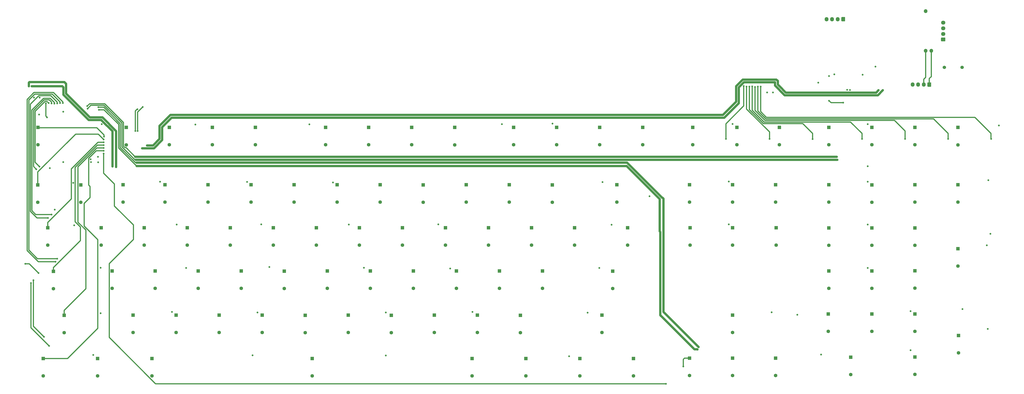
<source format=gbr>
%TF.GenerationSoftware,KiCad,Pcbnew,(5.1.9)-1*%
%TF.CreationDate,2021-03-30T13:42:28+10:00*%
%TF.ProjectId,RedPyKeeb,52656450-794b-4656-9562-2e6b69636164,rev?*%
%TF.SameCoordinates,Original*%
%TF.FileFunction,Copper,L3,Inr*%
%TF.FilePolarity,Positive*%
%FSLAX46Y46*%
G04 Gerber Fmt 4.6, Leading zero omitted, Abs format (unit mm)*
G04 Created by KiCad (PCBNEW (5.1.9)-1) date 2021-03-30 13:42:28*
%MOMM*%
%LPD*%
G01*
G04 APERTURE LIST*
%TA.AperFunction,ComponentPad*%
%ADD10O,1.700000X1.700000*%
%TD*%
%TA.AperFunction,ComponentPad*%
%ADD11C,1.600000*%
%TD*%
%TA.AperFunction,ComponentPad*%
%ADD12R,1.600000X1.600000*%
%TD*%
%TA.AperFunction,ComponentPad*%
%ADD13O,1.950000X1.700000*%
%TD*%
%TA.AperFunction,ComponentPad*%
%ADD14O,1.700000X1.950000*%
%TD*%
%TA.AperFunction,ViaPad*%
%ADD15C,0.800000*%
%TD*%
%TA.AperFunction,ViaPad*%
%ADD16C,1.524000*%
%TD*%
%TA.AperFunction,Conductor*%
%ADD17C,0.508000*%
%TD*%
%TA.AperFunction,Conductor*%
%ADD18C,1.016000*%
%TD*%
G04 APERTURE END LIST*
D10*
%TO.N,PICO_SDA0*%
%TO.C,U0*%
X481557000Y-65509500D03*
%TO.N,PICO_SCL0*%
X479017000Y-65509500D03*
%TO.N,MAIN_VBUS*%
X479018600Y-47729140D03*
%TD*%
D11*
%TO.N,Net-(D0\u002C3-Pad2)*%
%TO.C,D0\u002C3*%
X87833200Y-172225800D03*
D12*
%TO.N,KEY_ROW3*%
X87833200Y-164425800D03*
%TD*%
D11*
%TO.N,Net-(D0\u002C5-Pad2)*%
%TO.C,D0\u002C5*%
X83197700Y-211341800D03*
D12*
%TO.N,KEY_ROW5*%
X83197700Y-203541800D03*
%TD*%
D11*
%TO.N,Net-(D0\u002C4-Pad2)*%
%TO.C,D0\u002C4*%
X92595700Y-191974300D03*
D12*
%TO.N,KEY_ROW4*%
X92595700Y-184174300D03*
%TD*%
D11*
%TO.N,Net-(D0\u002C0-Pad2)*%
%TO.C,D0\u002C0*%
X80848200Y-107646300D03*
D12*
%TO.N,KEY_ROW0*%
X80848200Y-99846300D03*
%TD*%
D11*
%TO.N,Net-(D0\u002C2-Pad2)*%
%TO.C,D0\u002C2*%
X85293200Y-152667800D03*
D12*
%TO.N,KEY_ROW2*%
X85293200Y-144867800D03*
%TD*%
D11*
%TO.N,Net-(D0\u002C1-Pad2)*%
%TO.C,D0\u002C1*%
X80784700Y-133490800D03*
D12*
%TO.N,KEY_ROW1*%
X80784700Y-125690800D03*
%TD*%
D11*
%TO.N,Net-(D1\u002C3-Pad2)*%
%TO.C,D1\u002C3*%
X114122200Y-172098800D03*
D12*
%TO.N,KEY_ROW3*%
X114122200Y-164298800D03*
%TD*%
D11*
%TO.N,Net-(D1\u002C0-Pad2)*%
%TO.C,D1\u002C0*%
X120472200Y-107697100D03*
D12*
%TO.N,KEY_ROW0*%
X120472200Y-99897100D03*
%TD*%
D11*
%TO.N,Net-(D1\u002C4-Pad2)*%
%TO.C,D1\u002C4*%
X123520200Y-191910800D03*
D12*
%TO.N,KEY_ROW4*%
X123520200Y-184110800D03*
%TD*%
D11*
%TO.N,Net-(D1\u002C5-Pad2)*%
%TO.C,D1\u002C5*%
X107581700Y-211341800D03*
D12*
%TO.N,KEY_ROW5*%
X107581700Y-203541800D03*
%TD*%
D11*
%TO.N,Net-(D1\u002C1-Pad2)*%
%TO.C,D1\u002C1*%
X100088700Y-133490800D03*
D12*
%TO.N,KEY_ROW1*%
X100088700Y-125690800D03*
%TD*%
D11*
%TO.N,Net-(D1\u002C2-Pad2)*%
%TO.C,D1\u002C2*%
X109232700Y-152667800D03*
D12*
%TO.N,KEY_ROW2*%
X109232700Y-144867800D03*
%TD*%
D11*
%TO.N,Net-(D2\u002C4-Pad2)*%
%TO.C,D2\u002C4*%
X142824200Y-191910800D03*
D12*
%TO.N,KEY_ROW4*%
X142824200Y-184110800D03*
%TD*%
D11*
%TO.N,Net-(D2\u002C5-Pad2)*%
%TO.C,D2\u002C5*%
X131965700Y-211341800D03*
D12*
%TO.N,KEY_ROW5*%
X131965700Y-203541800D03*
%TD*%
D11*
%TO.N,Net-(D2\u002C0-Pad2)*%
%TO.C,D2\u002C0*%
X139776200Y-107646300D03*
D12*
%TO.N,KEY_ROW0*%
X139776200Y-99846300D03*
%TD*%
D11*
%TO.N,Net-(D2\u002C2-Pad2)*%
%TO.C,D2\u002C2*%
X128536700Y-152667800D03*
D12*
%TO.N,KEY_ROW2*%
X128536700Y-144867800D03*
%TD*%
D11*
%TO.N,Net-(D2\u002C1-Pad2)*%
%TO.C,D2\u002C1*%
X119011700Y-133427300D03*
D12*
%TO.N,KEY_ROW1*%
X119011700Y-125627300D03*
%TD*%
D11*
%TO.N,Net-(D2\u002C3-Pad2)*%
%TO.C,D2\u002C3*%
X133426200Y-172098800D03*
D12*
%TO.N,KEY_ROW3*%
X133426200Y-164298800D03*
%TD*%
D11*
%TO.N,Net-(D3\u002C0-Pad2)*%
%TO.C,D3\u002C0*%
X159080200Y-107646300D03*
D12*
%TO.N,KEY_ROW0*%
X159080200Y-99846300D03*
%TD*%
D11*
%TO.N,Net-(D3\u002C1-Pad2)*%
%TO.C,D3\u002C1*%
X137807700Y-133427300D03*
D12*
%TO.N,KEY_ROW1*%
X137807700Y-125627300D03*
%TD*%
D11*
%TO.N,Net-(D3\u002C4-Pad2)*%
%TO.C,D3\u002C4*%
X162128200Y-191910800D03*
D12*
%TO.N,KEY_ROW4*%
X162128200Y-184110800D03*
%TD*%
D11*
%TO.N,Net-(D3\u002C2-Pad2)*%
%TO.C,D3\u002C2*%
X147840700Y-152667800D03*
D12*
%TO.N,KEY_ROW2*%
X147840700Y-144867800D03*
%TD*%
D11*
%TO.N,Net-(D3\u002C5-Pad2)*%
%TO.C,D3\u002C5*%
X203847700Y-211341800D03*
D12*
%TO.N,KEY_ROW5*%
X203847700Y-203541800D03*
%TD*%
D11*
%TO.N,Net-(D3\u002C3-Pad2)*%
%TO.C,D3\u002C3*%
X152730200Y-172098800D03*
D12*
%TO.N,KEY_ROW3*%
X152730200Y-164298800D03*
%TD*%
D11*
%TO.N,Net-(D4\u002C4-Pad2)*%
%TO.C,D4\u002C4*%
X181432200Y-191910800D03*
D12*
%TO.N,KEY_ROW4*%
X181432200Y-184110800D03*
%TD*%
D11*
%TO.N,Net-(D4\u002C3-Pad2)*%
%TO.C,D4\u002C3*%
X172034200Y-172098800D03*
D12*
%TO.N,KEY_ROW3*%
X172034200Y-164298800D03*
%TD*%
D11*
%TO.N,Net-(D4\u002C1-Pad2)*%
%TO.C,D4\u002C1*%
X157111700Y-133427300D03*
D12*
%TO.N,KEY_ROW1*%
X157111700Y-125627300D03*
%TD*%
D11*
%TO.N,Net-(D4\u002C0-Pad2)*%
%TO.C,D4\u002C0*%
X178384200Y-107646300D03*
D12*
%TO.N,KEY_ROW0*%
X178384200Y-99846300D03*
%TD*%
%TO.N,KEY_ROW2*%
%TO.C,D4\u002C2*%
X167144700Y-144867800D03*
D11*
%TO.N,Net-(D4\u002C2-Pad2)*%
X167144700Y-152667800D03*
%TD*%
%TO.N,Net-(D5\u002C0-Pad2)*%
%TO.C,D5\u002C0*%
X209880200Y-107646300D03*
D12*
%TO.N,KEY_ROW0*%
X209880200Y-99846300D03*
%TD*%
%TO.N,KEY_ROW2*%
%TO.C,D5\u002C2*%
X186448700Y-144867800D03*
D11*
%TO.N,Net-(D5\u002C2-Pad2)*%
X186448700Y-152667800D03*
%TD*%
%TO.N,Net-(D5\u002C1-Pad2)*%
%TO.C,D5\u002C1*%
X176415700Y-133427300D03*
D12*
%TO.N,KEY_ROW1*%
X176415700Y-125627300D03*
%TD*%
D11*
%TO.N,Net-(D5\u002C3-Pad2)*%
%TO.C,D5\u002C3*%
X191338200Y-172149600D03*
D12*
%TO.N,KEY_ROW3*%
X191338200Y-164349600D03*
%TD*%
D11*
%TO.N,Net-(D5\u002C4-Pad2)*%
%TO.C,D5\u002C4*%
X200736200Y-191961600D03*
D12*
%TO.N,KEY_ROW4*%
X200736200Y-184161600D03*
%TD*%
D11*
%TO.N,Net-(D6\u002C0-Pad2)*%
%TO.C,D6\u002C0*%
X229184200Y-107646300D03*
D12*
%TO.N,KEY_ROW0*%
X229184200Y-99846300D03*
%TD*%
D11*
%TO.N,Net-(D6\u002C3-Pad2)*%
%TO.C,D6\u002C3*%
X210642200Y-172098800D03*
D12*
%TO.N,KEY_ROW3*%
X210642200Y-164298800D03*
%TD*%
D11*
%TO.N,Net-(D6\u002C4-Pad2)*%
%TO.C,D6\u002C4*%
X220040200Y-191910800D03*
D12*
%TO.N,KEY_ROW4*%
X220040200Y-184110800D03*
%TD*%
D11*
%TO.N,Net-(D6\u002C1-Pad2)*%
%TO.C,D6\u002C1*%
X195719700Y-133427300D03*
D12*
%TO.N,KEY_ROW1*%
X195719700Y-125627300D03*
%TD*%
%TO.N,KEY_ROW2*%
%TO.C,D6\u002C2*%
X205752700Y-144867800D03*
D11*
%TO.N,Net-(D6\u002C2-Pad2)*%
X205752700Y-152667800D03*
%TD*%
%TO.N,Net-(D7\u002C4-Pad2)*%
%TO.C,D7\u002C4*%
X239344200Y-191961600D03*
D12*
%TO.N,KEY_ROW4*%
X239344200Y-184161600D03*
%TD*%
%TO.N,KEY_ROW2*%
%TO.C,D7\u002C2*%
X225056700Y-144918600D03*
D11*
%TO.N,Net-(D7\u002C2-Pad2)*%
X225056700Y-152718600D03*
%TD*%
%TO.N,Net-(D7\u002C1-Pad2)*%
%TO.C,D7\u002C1*%
X215023700Y-133427300D03*
D12*
%TO.N,KEY_ROW1*%
X215023700Y-125627300D03*
%TD*%
D11*
%TO.N,Net-(D7\u002C0-Pad2)*%
%TO.C,D7\u002C0*%
X248488200Y-107646300D03*
D12*
%TO.N,KEY_ROW0*%
X248488200Y-99846300D03*
%TD*%
D11*
%TO.N,Net-(D7\u002C3-Pad2)*%
%TO.C,D7\u002C3*%
X229946200Y-172098800D03*
D12*
%TO.N,KEY_ROW3*%
X229946200Y-164298800D03*
%TD*%
D11*
%TO.N,Net-(D8\u002C0-Pad2)*%
%TO.C,D8\u002C0*%
X267792200Y-107697100D03*
D12*
%TO.N,KEY_ROW0*%
X267792200Y-99897100D03*
%TD*%
D11*
%TO.N,Net-(D8\u002C3-Pad2)*%
%TO.C,D8\u002C3*%
X249250200Y-172098800D03*
D12*
%TO.N,KEY_ROW3*%
X249250200Y-164298800D03*
%TD*%
D11*
%TO.N,Net-(D8\u002C1-Pad2)*%
%TO.C,D8\u002C1*%
X234327700Y-133427300D03*
D12*
%TO.N,KEY_ROW1*%
X234327700Y-125627300D03*
%TD*%
%TO.N,KEY_ROW2*%
%TO.C,D8\u002C2*%
X244360700Y-144867800D03*
D11*
%TO.N,Net-(D8\u002C2-Pad2)*%
X244360700Y-152667800D03*
%TD*%
%TO.N,Net-(D8\u002C5-Pad2)*%
%TO.C,D8\u002C5*%
X275602700Y-211405300D03*
D12*
%TO.N,KEY_ROW5*%
X275602700Y-203605300D03*
%TD*%
D11*
%TO.N,Net-(D8\u002C4-Pad2)*%
%TO.C,D8\u002C4*%
X258648200Y-191910800D03*
D12*
%TO.N,KEY_ROW4*%
X258648200Y-184110800D03*
%TD*%
%TO.N,KEY_ROW2*%
%TO.C,D9\u002C2*%
X263664700Y-144867800D03*
D11*
%TO.N,Net-(D9\u002C2-Pad2)*%
X263664700Y-152667800D03*
%TD*%
%TO.N,Net-(D9\u002C1-Pad2)*%
%TO.C,D9\u002C1*%
X253631700Y-133478100D03*
D12*
%TO.N,KEY_ROW1*%
X253631700Y-125678100D03*
%TD*%
D11*
%TO.N,Net-(D9\u002C3-Pad2)*%
%TO.C,D9\u002C3*%
X268554200Y-172098800D03*
D12*
%TO.N,KEY_ROW3*%
X268554200Y-164298800D03*
%TD*%
D11*
%TO.N,Net-(D9\u002C4-Pad2)*%
%TO.C,D9\u002C4*%
X277952200Y-191910800D03*
D12*
%TO.N,KEY_ROW4*%
X277952200Y-184110800D03*
%TD*%
D11*
%TO.N,Net-(D9\u002C5-Pad2)*%
%TO.C,D9\u002C5*%
X299732700Y-211341800D03*
D12*
%TO.N,KEY_ROW5*%
X299732700Y-203541800D03*
%TD*%
D11*
%TO.N,Net-(D9\u002C0-Pad2)*%
%TO.C,D9\u002C0*%
X294208200Y-107646300D03*
D12*
%TO.N,KEY_ROW0*%
X294208200Y-99846300D03*
%TD*%
D11*
%TO.N,Net-(D10\u002C4-Pad2)*%
%TO.C,D10\u002C4*%
X297256200Y-191961600D03*
D12*
%TO.N,KEY_ROW4*%
X297256200Y-184161600D03*
%TD*%
D11*
%TO.N,Net-(D10\u002C5-Pad2)*%
%TO.C,D10\u002C5*%
X323926200Y-211341800D03*
D12*
%TO.N,KEY_ROW5*%
X323926200Y-203541800D03*
%TD*%
D11*
%TO.N,Net-(D10\u002C1-Pad2)*%
%TO.C,D10\u002C1*%
X272935700Y-133427300D03*
D12*
%TO.N,KEY_ROW1*%
X272935700Y-125627300D03*
%TD*%
D11*
%TO.N,Net-(D10\u002C0-Pad2)*%
%TO.C,D10\u002C0*%
X313512200Y-107646300D03*
D12*
%TO.N,KEY_ROW0*%
X313512200Y-99846300D03*
%TD*%
%TO.N,KEY_ROW2*%
%TO.C,D10\u002C2*%
X282968700Y-144918600D03*
D11*
%TO.N,Net-(D10\u002C2-Pad2)*%
X282968700Y-152718600D03*
%TD*%
%TO.N,Net-(D10\u002C3-Pad2)*%
%TO.C,D10\u002C3*%
X287858200Y-172098800D03*
D12*
%TO.N,KEY_ROW3*%
X287858200Y-164298800D03*
%TD*%
D11*
%TO.N,Net-(D11\u002C0-Pad2)*%
%TO.C,D11\u002C0*%
X332816200Y-107646300D03*
D12*
%TO.N,KEY_ROW0*%
X332816200Y-99846300D03*
%TD*%
D11*
%TO.N,Net-(D11\u002C1-Pad2)*%
%TO.C,D11\u002C1*%
X292239700Y-133427300D03*
D12*
%TO.N,KEY_ROW1*%
X292239700Y-125627300D03*
%TD*%
D11*
%TO.N,Net-(D11\u002C3-Pad2)*%
%TO.C,D11\u002C3*%
X307162200Y-172098800D03*
D12*
%TO.N,KEY_ROW3*%
X307162200Y-164298800D03*
%TD*%
%TO.N,KEY_ROW2*%
%TO.C,D11\u002C2*%
X302272700Y-144867800D03*
D11*
%TO.N,Net-(D11\u002C2-Pad2)*%
X302272700Y-152667800D03*
%TD*%
%TO.N,Net-(D11\u002C4-Pad2)*%
%TO.C,D11\u002C4*%
X333832200Y-191910800D03*
D12*
%TO.N,KEY_ROW4*%
X333832200Y-184110800D03*
%TD*%
D11*
%TO.N,Net-(D11\u002C5-Pad2)*%
%TO.C,D11\u002C5*%
X347992700Y-211341800D03*
D12*
%TO.N,KEY_ROW5*%
X347992700Y-203541800D03*
%TD*%
D11*
%TO.N,Net-(D12\u002C3-Pad2)*%
%TO.C,D12\u002C3*%
X338658200Y-172162300D03*
D12*
%TO.N,KEY_ROW3*%
X338658200Y-164362300D03*
%TD*%
%TO.N,KEY_ROW2*%
%TO.C,D12\u002C2*%
X321576700Y-144867800D03*
D11*
%TO.N,Net-(D12\u002C2-Pad2)*%
X321576700Y-152667800D03*
%TD*%
%TO.N,Net-(D12\u002C1-Pad2)*%
%TO.C,D12\u002C1*%
X311543700Y-133478100D03*
D12*
%TO.N,KEY_ROW1*%
X311543700Y-125678100D03*
%TD*%
D11*
%TO.N,Net-(D12\u002C0-Pad2)*%
%TO.C,D12\u002C0*%
X352120200Y-107646300D03*
D12*
%TO.N,KEY_ROW0*%
X352120200Y-99846300D03*
%TD*%
D11*
%TO.N,Net-(D13\u002C2-Pad2)*%
%TO.C,D13\u002C2*%
X345389200Y-152731300D03*
D12*
%TO.N,KEY_ROW2*%
X345389200Y-144931300D03*
%TD*%
D11*
%TO.N,Net-(D13\u002C1-Pad2)*%
%TO.C,D13\u002C1*%
X340499700Y-133427300D03*
D12*
%TO.N,KEY_ROW1*%
X340499700Y-125627300D03*
%TD*%
D11*
%TO.N,Net-(D14\u002C1-Pad2)*%
%TO.C,D14\u002C1*%
X373164100Y-133427300D03*
D12*
%TO.N,KEY_ROW1*%
X373164100Y-125627300D03*
%TD*%
D11*
%TO.N,Net-(D14\u002C3-Pad2)*%
%TO.C,D14\u002C3*%
X373418100Y-152667800D03*
D12*
%TO.N,KEY_ROW3*%
X373418100Y-144867800D03*
%TD*%
D11*
%TO.N,Net-(D14\u002C0-Pad2)*%
%TO.C,D14\u002C0*%
X374561100Y-107646300D03*
D12*
%TO.N,KEY_ROW0*%
X374561100Y-99846300D03*
%TD*%
D11*
%TO.N,Net-(D14\u002C6-Pad2)*%
%TO.C,D14\u002C6*%
X373100600Y-211214800D03*
D12*
%TO.N,KEY_ROW6*%
X373100600Y-203414800D03*
%TD*%
D11*
%TO.N,Net-(D15\u002C0-Pad2)*%
%TO.C,D15\u002C0*%
X394373100Y-107646300D03*
D12*
%TO.N,KEY_ROW0*%
X394373100Y-99846300D03*
%TD*%
D11*
%TO.N,Net-(D15\u002C1-Pad2)*%
%TO.C,D15\u002C1*%
X392468100Y-133427300D03*
D12*
%TO.N,KEY_ROW1*%
X392468100Y-125627300D03*
%TD*%
D11*
%TO.N,Net-(D15\u002C3-Pad2)*%
%TO.C,D15\u002C3*%
X392468100Y-152667800D03*
D12*
%TO.N,KEY_ROW3*%
X392468100Y-144867800D03*
%TD*%
D11*
%TO.N,Net-(D15\u002C5-Pad2)*%
%TO.C,D15\u002C5*%
X392404600Y-191910800D03*
D12*
%TO.N,KEY_ROW5*%
X392404600Y-184110800D03*
%TD*%
D11*
%TO.N,Net-(D15\u002C6-Pad2)*%
%TO.C,D15\u002C6*%
X392404600Y-211214800D03*
D12*
%TO.N,KEY_ROW6*%
X392404600Y-203414800D03*
%TD*%
D11*
%TO.N,Net-(D16\u002C6-Pad2)*%
%TO.C,D16\u002C6*%
X411708600Y-211214800D03*
D12*
%TO.N,KEY_ROW6*%
X411708600Y-203414800D03*
%TD*%
D11*
%TO.N,Net-(D16\u002C0-Pad2)*%
%TO.C,D16\u002C0*%
X413423100Y-107646300D03*
D12*
%TO.N,KEY_ROW0*%
X413423100Y-99846300D03*
%TD*%
D11*
%TO.N,Net-(D16\u002C1-Pad2)*%
%TO.C,D16\u002C1*%
X411772100Y-133427300D03*
D12*
%TO.N,KEY_ROW1*%
X411772100Y-125627300D03*
%TD*%
D11*
%TO.N,Net-(D16\u002C5-Pad2)*%
%TO.C,D16\u002C5*%
X435394100Y-191402800D03*
D12*
%TO.N,KEY_ROW5*%
X435394100Y-183602800D03*
%TD*%
D11*
%TO.N,Net-(D16\u002C3-Pad2)*%
%TO.C,D16\u002C3*%
X412026100Y-152667800D03*
D12*
%TO.N,KEY_ROW3*%
X412026100Y-144867800D03*
%TD*%
D11*
%TO.N,Net-(D16\u002C4-Pad2)*%
%TO.C,D16\u002C4*%
X435648100Y-172098800D03*
D12*
%TO.N,KEY_ROW4*%
X435648100Y-164298800D03*
%TD*%
D11*
%TO.N,Net-(D17\u002C3-Pad2)*%
%TO.C,D17\u002C3*%
X435648100Y-152794800D03*
D12*
%TO.N,KEY_ROW3*%
X435648100Y-144994800D03*
%TD*%
D11*
%TO.N,Net-(D17\u002C1-Pad2)*%
%TO.C,D17\u002C1*%
X435648100Y-133427300D03*
D12*
%TO.N,KEY_ROW1*%
X435648100Y-125627300D03*
%TD*%
D11*
%TO.N,Net-(D17\u002C6-Pad2)*%
%TO.C,D17\u002C6*%
X445427100Y-210757600D03*
D12*
%TO.N,KEY_ROW6*%
X445427100Y-202957600D03*
%TD*%
D11*
%TO.N,Net-(D17\u002C4-Pad2)*%
%TO.C,D17\u002C4*%
X454952100Y-172098800D03*
D12*
%TO.N,KEY_ROW4*%
X454952100Y-164298800D03*
%TD*%
D11*
%TO.N,Net-(D17\u002C0-Pad2)*%
%TO.C,D17\u002C0*%
X435584600Y-107646300D03*
D12*
%TO.N,KEY_ROW0*%
X435584600Y-99846300D03*
%TD*%
D11*
%TO.N,Net-(D17\u002C5-Pad2)*%
%TO.C,D17\u002C5*%
X454952100Y-191402800D03*
D12*
%TO.N,KEY_ROW5*%
X454952100Y-183602800D03*
%TD*%
D11*
%TO.N,Net-(D18\u002C1-Pad2)*%
%TO.C,D18\u002C1*%
X454952100Y-133478100D03*
D12*
%TO.N,KEY_ROW1*%
X454952100Y-125678100D03*
%TD*%
D11*
%TO.N,Net-(D18\u002C6-Pad2)*%
%TO.C,D18\u002C6*%
X474256100Y-210706800D03*
D12*
%TO.N,KEY_ROW6*%
X474256100Y-202906800D03*
%TD*%
D11*
%TO.N,Net-(D18\u002C3-Pad2)*%
%TO.C,D18\u002C3*%
X454952100Y-152794800D03*
D12*
%TO.N,KEY_ROW3*%
X454952100Y-144994800D03*
%TD*%
D11*
%TO.N,Net-(D18\u002C0-Pad2)*%
%TO.C,D18\u002C0*%
X454888600Y-107646300D03*
D12*
%TO.N,KEY_ROW0*%
X454888600Y-99846300D03*
%TD*%
D11*
%TO.N,Net-(D18\u002C5-Pad2)*%
%TO.C,D18\u002C5*%
X474256100Y-191402800D03*
D12*
%TO.N,KEY_ROW5*%
X474256100Y-183602800D03*
%TD*%
D11*
%TO.N,Net-(D18\u002C4-Pad2)*%
%TO.C,D18\u002C4*%
X474256100Y-172035300D03*
D12*
%TO.N,KEY_ROW4*%
X474256100Y-164235300D03*
%TD*%
D11*
%TO.N,Net-(D19\u002C4-Pad2)*%
%TO.C,D19\u002C4*%
X493560100Y-162116600D03*
D12*
%TO.N,KEY_ROW4*%
X493560100Y-154316600D03*
%TD*%
D11*
%TO.N,Net-(D19\u002C0-Pad2)*%
%TO.C,D19\u002C0*%
X474192600Y-107646300D03*
D12*
%TO.N,KEY_ROW0*%
X474192600Y-99846300D03*
%TD*%
D11*
%TO.N,Net-(D19\u002C3-Pad2)*%
%TO.C,D19\u002C3*%
X474256100Y-152794800D03*
D12*
%TO.N,KEY_ROW3*%
X474256100Y-144994800D03*
%TD*%
D11*
%TO.N,Net-(D19\u002C1-Pad2)*%
%TO.C,D19\u002C1*%
X474256100Y-133427300D03*
D12*
%TO.N,KEY_ROW1*%
X474256100Y-125627300D03*
%TD*%
D11*
%TO.N,Net-(D19\u002C6-Pad2)*%
%TO.C,D19\u002C6*%
X493814100Y-201054800D03*
D12*
%TO.N,KEY_ROW6*%
X493814100Y-193254800D03*
%TD*%
D11*
%TO.N,Net-(D20\u002C1-Pad2)*%
%TO.C,D20\u002C1*%
X493560100Y-133427300D03*
D12*
%TO.N,KEY_ROW1*%
X493560100Y-125627300D03*
%TD*%
D11*
%TO.N,Net-(D20\u002C0-Pad2)*%
%TO.C,D20\u002C0*%
X493496600Y-107697100D03*
D12*
%TO.N,KEY_ROW0*%
X493496600Y-99897100D03*
%TD*%
D13*
%TO.N,GNDPWR*%
%TO.C,J0*%
X486918000Y-52912000D03*
%TO.N,USB_DN*%
X486918000Y-55412000D03*
%TO.N,USB_DP*%
X486918000Y-57912000D03*
%TO.N,MAIN_VBUS*%
%TA.AperFunction,ComponentPad*%
G36*
G01*
X487643000Y-61262000D02*
X486193000Y-61262000D01*
G75*
G02*
X485943000Y-61012000I0J250000D01*
G01*
X485943000Y-59812000D01*
G75*
G02*
X486193000Y-59562000I250000J0D01*
G01*
X487643000Y-59562000D01*
G75*
G02*
X487893000Y-59812000I0J-250000D01*
G01*
X487893000Y-61012000D01*
G75*
G02*
X487643000Y-61262000I-250000J0D01*
G01*
G37*
%TD.AperFunction*%
%TD*%
D14*
%TO.N,Net-(J1-Pad4)*%
%TO.C,J1*%
X473195000Y-80645000D03*
%TO.N,Net-(J1-Pad3)*%
X475695000Y-80645000D03*
%TO.N,PICO_SCL0*%
X478195000Y-80645000D03*
%TO.N,PICO_SDA0*%
%TA.AperFunction,ComponentPad*%
G36*
G01*
X481545000Y-79920000D02*
X481545000Y-81370000D01*
G75*
G02*
X481295000Y-81620000I-250000J0D01*
G01*
X480095000Y-81620000D01*
G75*
G02*
X479845000Y-81370000I0J250000D01*
G01*
X479845000Y-79920000D01*
G75*
G02*
X480095000Y-79670000I250000J0D01*
G01*
X481295000Y-79670000D01*
G75*
G02*
X481545000Y-79920000I0J-250000D01*
G01*
G37*
%TD.AperFunction*%
%TD*%
%TO.N,Net-(J2-Pad1)*%
%TO.C,J2*%
%TA.AperFunction,ComponentPad*%
G36*
G01*
X442937000Y-50583000D02*
X442937000Y-52033000D01*
G75*
G02*
X442687000Y-52283000I-250000J0D01*
G01*
X441487000Y-52283000D01*
G75*
G02*
X441237000Y-52033000I0J250000D01*
G01*
X441237000Y-50583000D01*
G75*
G02*
X441487000Y-50333000I250000J0D01*
G01*
X442687000Y-50333000D01*
G75*
G02*
X442937000Y-50583000I0J-250000D01*
G01*
G37*
%TD.AperFunction*%
%TO.N,Net-(J2-Pad2)*%
X439587000Y-51308000D03*
%TO.N,Net-(J2-Pad3)*%
X437087000Y-51308000D03*
%TO.N,Net-(J2-Pad4)*%
X434587000Y-51308000D03*
%TD*%
D15*
%TO.N,GNDPWR*%
X79121000Y-86487000D03*
%TO.N,MAIN_VBUS*%
X81661000Y-86487000D03*
%TO.N,I2C_SCL0*%
X78105000Y-81407000D03*
%TO.N,GNDPWR*%
X410591000Y-84201000D03*
%TO.N,MAIN_VBUS*%
X407924000Y-84201000D03*
%TO.N,KEY_ROW6*%
X110363000Y-111633000D03*
X370332000Y-207137000D03*
X362585000Y-214884000D03*
%TO.N,I2C_SDA0*%
X457898500Y-83201500D03*
X412750000Y-79629000D03*
X76835000Y-81407000D03*
X129794000Y-107950000D03*
X115951000Y-117602000D03*
%TO.N,I2C_SCL0*%
X114300000Y-117348000D03*
X411480000Y-79629000D03*
X127635000Y-109220000D03*
X459867000Y-83201500D03*
%TO.N,GNDPWR*%
X435737000Y-76835000D03*
X450785000Y-76265000D03*
D16*
X495426500Y-72961500D03*
D15*
X107886500Y-115506500D03*
X92215201Y-92823799D03*
X86233000Y-118110000D03*
X88392000Y-136779000D03*
%TO.N,KEY_COL13*%
X355204700Y-130797300D03*
%TO.N,KEY_COL19*%
X489088100Y-105067100D03*
X403796500Y-81597500D03*
%TO.N,KEY_COL18*%
X469784100Y-105067100D03*
X402526500Y-81724500D03*
%TO.N,KEY_COL17*%
X450480100Y-105067100D03*
X401256500Y-81470500D03*
%TO.N,KEY_COL16*%
X428318600Y-105081400D03*
X399986500Y-81597500D03*
%TO.N,KEY_COL15*%
X409014600Y-105067100D03*
X398716500Y-81597500D03*
%TO.N,KEY_COL14*%
X389456600Y-105067100D03*
X397446500Y-81343500D03*
%TO.N,LED_SCL_ROW1*%
X86931500Y-89090500D03*
X80137000Y-118618000D03*
%TO.N,LED_SDA_ROW1*%
X85661500Y-88963500D03*
X81534000Y-117475000D03*
%TO.N,LED_SDA_ROW5*%
X77724000Y-169672000D03*
X85852000Y-197866000D03*
%TO.N,LED_SCL_ROW5*%
X78867000Y-168402000D03*
X83566000Y-193802000D03*
%TO.N,LED_SCL_ROW3*%
X92011500Y-88963500D03*
X88773000Y-160147000D03*
%TO.N,LED_SDA_ROW3*%
X90741500Y-88963500D03*
X89535000Y-158750000D03*
%TO.N,LED_SDA_ROW4*%
X81153000Y-165227000D03*
X75184000Y-161036000D03*
%TO.N,LED_SCL_ROW2*%
X89471500Y-89090500D03*
X85344000Y-140462000D03*
%TO.N,LED_SDA_ROW2*%
X88201500Y-89217500D03*
X86995000Y-138938000D03*
%TO.N,LED_SCL_ROW0*%
X84391500Y-89090500D03*
X84963000Y-95377000D03*
%TO.N,LED_SDA_ROW6*%
X377190000Y-198374000D03*
X107950000Y-90805000D03*
%TO.N,LED_SCL_ROW6*%
X376682000Y-199517000D03*
X108204000Y-91948000D03*
%TO.N,MAIN_VBUS*%
X109461300Y-98386900D03*
X151460681Y-98602319D03*
X202603100Y-98513900D03*
X288975800Y-98399600D03*
X96723200Y-124714000D03*
X174653699Y-124304301D03*
X213207600Y-124561600D03*
X334137000Y-124434600D03*
X507136400Y-123596400D03*
X506476000Y-152806400D03*
X506882400Y-190246000D03*
X97161831Y-143782569D03*
X181051200Y-143357600D03*
X220292649Y-143486151D03*
X338150200Y-143535400D03*
X508101600Y-147574000D03*
X108966000Y-162814000D03*
X184686699Y-162531301D03*
X227076000Y-162814000D03*
X332638400Y-162915600D03*
X108966000Y-183235600D03*
X179327699Y-182883699D03*
X236931200Y-182880000D03*
X327406000Y-182981600D03*
X319074800Y-202590400D03*
X236931200Y-202234800D03*
X177088800Y-202133200D03*
X105638600Y-201955400D03*
X495554000Y-181356000D03*
X265734800Y-163220400D03*
X275742400Y-182626000D03*
X260400800Y-143408400D03*
X140970000Y-182633398D03*
X147351750Y-162972750D03*
X143108399Y-143467101D03*
X135636000Y-124206000D03*
X311658000Y-98171000D03*
X392442700Y-98348800D03*
X390706099Y-124151901D03*
X390706099Y-143392401D03*
X409924250Y-182848250D03*
X432149250Y-201834750D03*
X472249500Y-199834500D03*
X472249500Y-182308500D03*
X453072500Y-162941000D03*
X453072500Y-143446500D03*
X453072500Y-124206000D03*
X453072500Y-117284500D03*
X453072500Y-98425000D03*
X511873500Y-98996500D03*
X421462700Y-183959500D03*
D16*
X487426500Y-72961500D03*
D15*
X430911000Y-79756000D03*
X107823000Y-113030000D03*
X92202000Y-115443000D03*
%TO.N,IO_INT0*%
X445084200Y-83134200D03*
X104648000Y-115443000D03*
X124587000Y-101473000D03*
X125476000Y-91694000D03*
%TO.N,IO_INT1*%
X104521000Y-114173000D03*
X443814200Y-83007200D03*
X125603000Y-101473000D03*
X127889000Y-90678000D03*
%TO.N,IO_INT3*%
X442087000Y-88773000D03*
X435737000Y-87884000D03*
%TO.N,KEY_ROW5*%
X110363000Y-110363000D03*
%TO.N,KEY_ROW4*%
X110363000Y-109093000D03*
%TO.N,KEY_ROW3*%
X110363000Y-107823000D03*
%TO.N,KEY_ROW2*%
X110363000Y-106553000D03*
%TO.N,KEY_ROW1*%
X110363000Y-105283000D03*
%TO.N,KEY_ROW0*%
X110490000Y-104013000D03*
%TO.N,LED_SCL_ROW7*%
X439420000Y-114427000D03*
X103124000Y-91440000D03*
%TO.N,LED_SDA_ROW7*%
X439166000Y-113030000D03*
X102997000Y-90297000D03*
%TO.N,PICO_33_REF*%
X456565000Y-72627500D03*
X438086500Y-76031000D03*
X81407000Y-94107000D03*
%TO.N,KEY_COL20*%
X508392100Y-105067100D03*
X405066500Y-81597500D03*
%TD*%
D17*
%TO.N,KEY_ROW6*%
X110363000Y-120396000D02*
X110363000Y-111633000D01*
X123698000Y-143637000D02*
X115189000Y-135128000D01*
X123698000Y-150135722D02*
X123698000Y-143637000D01*
X112868199Y-194100221D02*
X112868199Y-160965523D01*
X112868199Y-160965523D02*
X123698000Y-150135722D01*
X133651978Y-214884000D02*
X112868199Y-194100221D01*
X115189000Y-125222000D02*
X110363000Y-120396000D01*
X370332000Y-203962000D02*
X370332000Y-207137000D01*
X370879200Y-203414800D02*
X370332000Y-203962000D01*
X115189000Y-135128000D02*
X115189000Y-125222000D01*
X373100600Y-203414800D02*
X370879200Y-203414800D01*
X362585000Y-214884000D02*
X133651978Y-214884000D01*
D18*
%TO.N,I2C_SDA0*%
X456857799Y-84242201D02*
X416347201Y-84242201D01*
X457898500Y-83201500D02*
X456857799Y-84242201D01*
X416347201Y-84242201D02*
X413512000Y-81407000D01*
X413512000Y-81407000D02*
X412940499Y-80835500D01*
X412940499Y-80835500D02*
X412750000Y-80645001D01*
X412750000Y-80645001D02*
X412750000Y-79629000D01*
X394007992Y-81422469D02*
X394007992Y-85798008D01*
X412099675Y-78412990D02*
X397017471Y-78412990D01*
X412750000Y-79063315D02*
X412099675Y-78412990D01*
X397017471Y-78412990D02*
X394007992Y-81422469D01*
X412750000Y-79629000D02*
X412750000Y-79063315D01*
X394007992Y-85798008D02*
X394007992Y-88338008D01*
X394007992Y-88338008D02*
X388112000Y-94234000D01*
X388112000Y-94234000D02*
X140335000Y-94234000D01*
X140335000Y-94234000D02*
X135382000Y-99187000D01*
X135382000Y-105045642D02*
X132477642Y-107950000D01*
X135382000Y-99187000D02*
X135382000Y-105045642D01*
X132477642Y-107950000D02*
X129794000Y-107950000D01*
X76835000Y-79756000D02*
X76835000Y-81407000D01*
X77089000Y-79502000D02*
X76835000Y-79756000D01*
X93472000Y-80264000D02*
X92710000Y-79502000D01*
X92710000Y-79502000D02*
X77089000Y-79502000D01*
X104140000Y-95377000D02*
X93472000Y-84709000D01*
X109810938Y-95377000D02*
X104140000Y-95377000D01*
X115951000Y-101517062D02*
X109810938Y-95377000D01*
X93472000Y-84709000D02*
X93472000Y-80264000D01*
X115951000Y-117602000D02*
X115951000Y-101517062D01*
%TO.N,I2C_SCL0*%
X415843514Y-85458211D02*
X411480000Y-81094697D01*
X457610289Y-85458211D02*
X415843514Y-85458211D01*
X411480000Y-81094697D02*
X411480000Y-79629000D01*
X395224000Y-81926158D02*
X395224000Y-86741000D01*
X397521158Y-79629000D02*
X395224000Y-81926158D01*
X411480000Y-79629000D02*
X397521158Y-79629000D01*
X395224000Y-86741000D02*
X395224000Y-89027000D01*
X395224000Y-89027000D02*
X388747000Y-95504000D01*
X388747000Y-95504000D02*
X141208960Y-95504000D01*
X140843000Y-95504000D02*
X136598010Y-99748990D01*
X141208960Y-95504000D02*
X140843000Y-95504000D01*
X136598010Y-105549329D02*
X132927339Y-109220000D01*
X136598010Y-99748990D02*
X136598010Y-105549329D01*
X132927339Y-109220000D02*
X127635000Y-109220000D01*
X114300000Y-101585758D02*
X109488242Y-96774000D01*
X114300000Y-117348000D02*
X114300000Y-101585758D01*
X109307250Y-96593008D02*
X109488242Y-96774000D01*
X103636312Y-96593008D02*
X109307250Y-96593008D01*
X92255990Y-81915000D02*
X92255990Y-85212687D01*
X91747990Y-81407000D02*
X92255990Y-81915000D01*
X92255990Y-85212687D02*
X103636312Y-96593008D01*
X78105000Y-81407000D02*
X91747990Y-81407000D01*
X459867000Y-83201500D02*
X457610289Y-85458211D01*
D17*
%TO.N,KEY_COL19*%
X403796500Y-81597500D02*
X403796500Y-92534224D01*
X403796500Y-92534224D02*
X407309246Y-96046970D01*
X489088100Y-102565178D02*
X489088100Y-105067100D01*
X482569892Y-96046970D02*
X489088100Y-102565178D01*
X407309246Y-96046970D02*
X482569892Y-96046970D01*
%TO.N,KEY_COL18*%
X402526500Y-81724500D02*
X402526500Y-92265500D01*
X407015980Y-96754980D02*
X465054980Y-96754980D01*
X402526500Y-92265500D02*
X407015980Y-96754980D01*
X469784100Y-101484100D02*
X469784100Y-105067100D01*
X465054980Y-96754980D02*
X469784100Y-101484100D01*
%TO.N,KEY_COL17*%
X401256500Y-81470500D02*
X401256500Y-92153224D01*
X401256500Y-92153224D02*
X406566266Y-97462990D01*
X450480100Y-102565178D02*
X450480100Y-105067100D01*
X445377912Y-97462990D02*
X450480100Y-102565178D01*
X406566266Y-97462990D02*
X445377912Y-97462990D01*
%TO.N,KEY_COL16*%
X399986500Y-81597500D02*
X399986500Y-91884500D01*
X399986500Y-91884500D02*
X406273000Y-98171000D01*
X428318600Y-102565178D02*
X428318600Y-105081400D01*
X423924422Y-98171000D02*
X428318600Y-102565178D01*
X406273000Y-98171000D02*
X423924422Y-98171000D01*
%TO.N,KEY_COL15*%
X398716500Y-81597500D02*
X398716500Y-91630500D01*
X409014600Y-101928600D02*
X409014600Y-105067100D01*
X398716500Y-91630500D02*
X409014600Y-101928600D01*
%TO.N,KEY_COL14*%
X397446500Y-81343500D02*
X397446500Y-90233500D01*
X389456600Y-98223400D02*
X397446500Y-90233500D01*
X389456600Y-105067100D02*
X389456600Y-98223400D01*
%TO.N,LED_SCL_ROW1*%
X78886189Y-92330612D02*
X78886189Y-117367189D01*
X83688312Y-87528489D02*
X78886189Y-92330612D01*
X85935174Y-87528489D02*
X83688312Y-87528489D01*
X86931500Y-88524815D02*
X85935174Y-87528489D01*
X86931500Y-89090500D02*
X86931500Y-88524815D01*
X78886189Y-117367189D02*
X80137000Y-118618000D01*
%TO.N,LED_SDA_ROW1*%
X79594199Y-92623879D02*
X79594199Y-115535199D01*
X83981579Y-88236499D02*
X79594199Y-92623879D01*
X84934499Y-88236499D02*
X83981579Y-88236499D01*
X85661500Y-88963500D02*
X84934499Y-88236499D01*
X79594199Y-115535199D02*
X81534000Y-117475000D01*
%TO.N,LED_SDA_ROW5*%
X77724000Y-169672000D02*
X77724000Y-189738000D01*
X77724000Y-189738000D02*
X85852000Y-197866000D01*
%TO.N,LED_SCL_ROW5*%
X78867000Y-168402000D02*
X78867000Y-189103000D01*
X78867000Y-189103000D02*
X83566000Y-193802000D01*
%TO.N,LED_SCL_ROW3*%
X76054149Y-155160426D02*
X81040723Y-160147000D01*
X76054149Y-87288652D02*
X76054149Y-155160426D01*
X79125822Y-84216979D02*
X76054149Y-87288652D01*
X87830664Y-84216979D02*
X79125822Y-84216979D01*
X92011500Y-88397815D02*
X87830664Y-84216979D01*
X92011500Y-88963500D02*
X92011500Y-88397815D01*
X81040723Y-160147000D02*
X88773000Y-160147000D01*
%TO.N,LED_SDA_ROW3*%
X76762159Y-87581919D02*
X76762159Y-154867159D01*
X79419089Y-84924989D02*
X76762159Y-87581919D01*
X87268674Y-84924989D02*
X79419089Y-84924989D01*
X90741500Y-88397815D02*
X87268674Y-84924989D01*
X90741500Y-88963500D02*
X90741500Y-88397815D01*
X76762159Y-154867159D02*
X80645000Y-158750000D01*
X80645000Y-158750000D02*
X89535000Y-158750000D01*
%TO.N,LED_SDA_ROW4*%
X76962000Y-161036000D02*
X81153000Y-165227000D01*
X75184000Y-161036000D02*
X76962000Y-161036000D01*
%TO.N,LED_SCL_ROW2*%
X77470169Y-137526446D02*
X80405723Y-140462000D01*
X77470169Y-89413909D02*
X77470169Y-137526446D01*
X81251079Y-85632999D02*
X77470169Y-89413909D01*
X86579684Y-85632999D02*
X81251079Y-85632999D01*
X89471500Y-88524815D02*
X86579684Y-85632999D01*
X89471500Y-89090500D02*
X89471500Y-88524815D01*
X80405723Y-140462000D02*
X85344000Y-140462000D01*
%TO.N,LED_SDA_ROW2*%
X78178179Y-92037345D02*
X78178179Y-137233179D01*
X86370164Y-86820479D02*
X83395045Y-86820479D01*
X83395045Y-86820479D02*
X78178179Y-92037345D01*
X88201500Y-88651815D02*
X86370164Y-86820479D01*
X88201500Y-89217500D02*
X88201500Y-88651815D01*
X78178179Y-137233179D02*
X79883000Y-138938000D01*
X79883000Y-138938000D02*
X86995000Y-138938000D01*
%TO.N,LED_SCL_ROW0*%
X84391500Y-89090500D02*
X84391500Y-94805500D01*
X84391500Y-94805500D02*
X84899500Y-95313500D01*
X84899500Y-95313500D02*
X84963000Y-95377000D01*
%TO.N,LED_SDA_ROW6*%
X117802179Y-108885555D02*
X124613624Y-115697000D01*
X117802179Y-98214731D02*
X117802179Y-108885555D01*
X110392448Y-90805000D02*
X110631724Y-91044276D01*
X110631724Y-91044276D02*
X117802179Y-98214731D01*
X107950000Y-90805000D02*
X110392448Y-90805000D01*
D18*
X377190000Y-198374000D02*
X361442000Y-182626000D01*
X361442000Y-131826000D02*
X361061000Y-131445000D01*
X361442000Y-182626000D02*
X361442000Y-131826000D01*
X345127697Y-115697000D02*
X343154000Y-115697000D01*
X360875697Y-131445000D02*
X345127697Y-115697000D01*
X361061000Y-131445000D02*
X360875697Y-131445000D01*
X343154000Y-115697000D02*
X125095000Y-115697000D01*
D17*
X124613624Y-115697000D02*
X125095000Y-115697000D01*
%TO.N,LED_SCL_ROW6*%
X117094169Y-98507997D02*
X117094169Y-109178822D01*
X117094169Y-109178822D02*
X125136347Y-117221000D01*
D18*
X359989701Y-184094701D02*
X360299000Y-184404000D01*
X359989701Y-146801459D02*
X359989701Y-184094701D01*
X359735701Y-146547459D02*
X359989701Y-146801459D01*
X359735701Y-132024701D02*
X359735701Y-146547459D01*
X344932000Y-117221000D02*
X359735701Y-132024701D01*
X125136347Y-117221000D02*
X344932000Y-117221000D01*
X359989701Y-184094701D02*
X375348500Y-199453500D01*
D17*
X360299000Y-184404000D02*
X375348500Y-199453500D01*
D18*
X376618500Y-199453500D02*
X376682000Y-199517000D01*
X375348500Y-199453500D02*
X376618500Y-199453500D01*
D17*
X110534172Y-91948000D02*
X111210586Y-92624414D01*
X108204000Y-91948000D02*
X110534172Y-91948000D01*
X111210586Y-92624414D02*
X117094169Y-98507997D01*
%TO.N,IO_INT0*%
X124587000Y-101473000D02*
X124587000Y-92456000D01*
X124587000Y-92456000D02*
X125349000Y-91694000D01*
%TO.N,IO_INT1*%
X125603000Y-101473000D02*
X125603000Y-92964000D01*
X125603000Y-92964000D02*
X127889000Y-90678000D01*
%TO.N,IO_INT3*%
X436626000Y-88773000D02*
X435737000Y-87884000D01*
X442087000Y-88773000D02*
X436626000Y-88773000D01*
%TO.N,KEY_ROW5*%
X103666999Y-113763079D02*
X103666999Y-125764999D01*
X107067078Y-110363000D02*
X103666999Y-113763079D01*
X110363000Y-110363000D02*
X107067078Y-110363000D01*
X103666999Y-125764999D02*
X104267000Y-126365000D01*
X104267000Y-131321678D02*
X101600000Y-133988678D01*
X104267000Y-126365000D02*
X104267000Y-131321678D01*
X101600000Y-133988678D02*
X101600000Y-144145000D01*
X101600000Y-144145000D02*
X107696000Y-150241000D01*
X107696000Y-150241000D02*
X107696000Y-189992000D01*
X94146200Y-203541800D02*
X83197700Y-203541800D01*
X107696000Y-189992000D02*
X94146200Y-203541800D01*
%TO.N,KEY_ROW4*%
X92595700Y-181978300D02*
X92595700Y-184174300D01*
X102362000Y-145937724D02*
X102362000Y-172212000D01*
X98834699Y-142410423D02*
X102362000Y-145937724D01*
X98834699Y-117543853D02*
X98834699Y-142410423D01*
X107285552Y-109093000D02*
X98834699Y-117543853D01*
X102362000Y-172212000D02*
X92595700Y-181978300D01*
X110363000Y-109093000D02*
X107285552Y-109093000D01*
%TO.N,KEY_ROW3*%
X110363000Y-107823000D02*
X107554276Y-107823000D01*
X97577201Y-117800075D02*
X97577201Y-142154201D01*
X107554276Y-107823000D02*
X97577201Y-117800075D01*
X97577201Y-142154201D02*
X99949000Y-144526000D01*
X99949000Y-144526000D02*
X99949000Y-150622000D01*
X87833200Y-162737800D02*
X87833200Y-164425800D01*
X99949000Y-150622000D02*
X87833200Y-162737800D01*
%TO.N,KEY_ROW2*%
X110363000Y-106553000D02*
X107823000Y-106553000D01*
X95869199Y-118506801D02*
X95869199Y-131968801D01*
X107823000Y-106553000D02*
X95869199Y-118506801D01*
X85293200Y-142544800D02*
X85293200Y-144867800D01*
X95869199Y-131968801D02*
X85293200Y-142544800D01*
%TO.N,KEY_ROW1*%
X110363000Y-105283000D02*
X107950000Y-102870000D01*
X107950000Y-102870000D02*
X97790000Y-102870000D01*
X80784700Y-119875300D02*
X80784700Y-125690800D01*
X97790000Y-102870000D02*
X80784700Y-119875300D01*
%TO.N,KEY_ROW0*%
X110490000Y-104013000D02*
X110490000Y-103251000D01*
X81024199Y-100022299D02*
X80848200Y-99846300D01*
X107261299Y-100022299D02*
X81024199Y-100022299D01*
X110490000Y-103251000D02*
X107261299Y-100022299D01*
%TO.N,LED_SCL_ROW7*%
X118510189Y-108592288D02*
X124344901Y-114427000D01*
X118510189Y-97921465D02*
X118510189Y-108592288D01*
X104613001Y-89950999D02*
X110539723Y-89950999D01*
X110539723Y-89950999D02*
X118510189Y-97921465D01*
X103124000Y-91440000D02*
X104613001Y-89950999D01*
D18*
X124714000Y-114427000D02*
X415671000Y-114427000D01*
X415671000Y-114427000D02*
X439420000Y-114427000D01*
D17*
X124344901Y-114427000D02*
X124714000Y-114427000D01*
%TO.N,LED_SDA_ROW7*%
X119218199Y-97628199D02*
X119218199Y-108299021D01*
X110832989Y-89242989D02*
X119218199Y-97628199D01*
X104051011Y-89242989D02*
X110832989Y-89242989D01*
X102997000Y-90297000D02*
X104051011Y-89242989D01*
D18*
X439166000Y-113030000D02*
X124460000Y-113030000D01*
D17*
X120381101Y-108951101D02*
X124460000Y-113030000D01*
X119870279Y-108951101D02*
X120381101Y-108951101D01*
X119218199Y-108299021D02*
X119870279Y-108951101D01*
%TO.N,PICO_SCL0*%
X479017000Y-65509500D02*
X479017000Y-77433500D01*
X478195000Y-78255500D02*
X478195000Y-80645000D01*
X479017000Y-77433500D02*
X478195000Y-78255500D01*
%TO.N,PICO_SDA0*%
X481557000Y-65509500D02*
X481557000Y-77052500D01*
X480695000Y-77914500D02*
X480695000Y-80645000D01*
X481557000Y-77052500D02*
X480695000Y-77914500D01*
%TO.N,KEY_COL20*%
X508381000Y-105056000D02*
X508392100Y-105067100D01*
X508381000Y-102554078D02*
X508381000Y-105056000D01*
X501165882Y-95338960D02*
X508381000Y-102554078D01*
X407631960Y-95338960D02*
X501165882Y-95338960D01*
X405066500Y-92773500D02*
X407631960Y-95338960D01*
X405066500Y-81597500D02*
X405066500Y-92773500D01*
%TD*%
M02*

</source>
